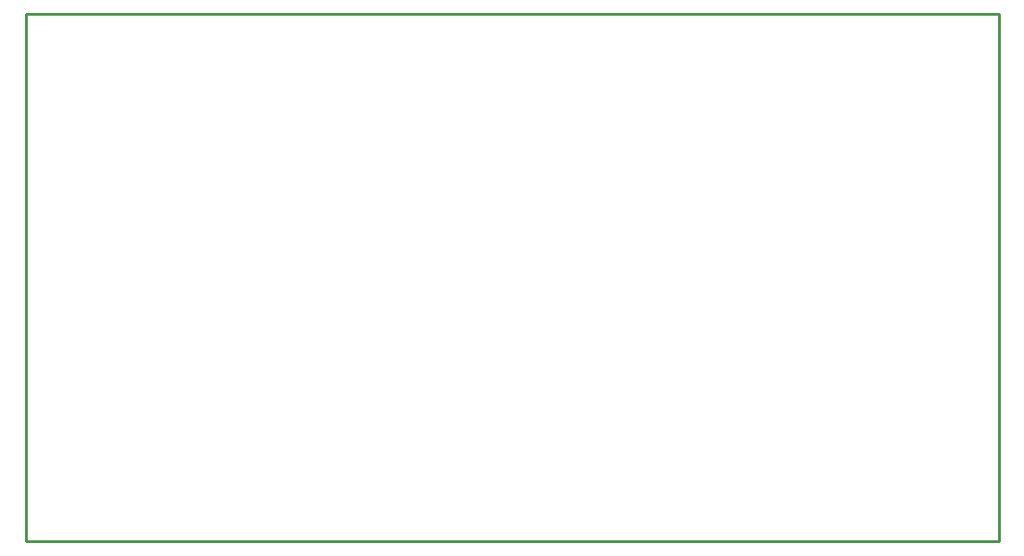
<source format=gbr>
G04 start of page 4 for group 2 idx 2 *
G04 Title: (unknown), outline *
G04 Creator: pcb 20140316 *
G04 CreationDate: Mon 20 Apr 2015 08:27:33 PM GMT UTC *
G04 For: ndholmes *
G04 Format: Gerber/RS-274X *
G04 PCB-Dimensions (mil): 3500.00 1900.00 *
G04 PCB-Coordinate-Origin: lower left *
%MOIN*%
%FSLAX25Y25*%
%LNOUTLINE*%
%ADD63C,0.0100*%
G54D63*X0Y0D02*X350000D01*
Y190000D01*
X0D01*
Y0D01*
M02*

</source>
